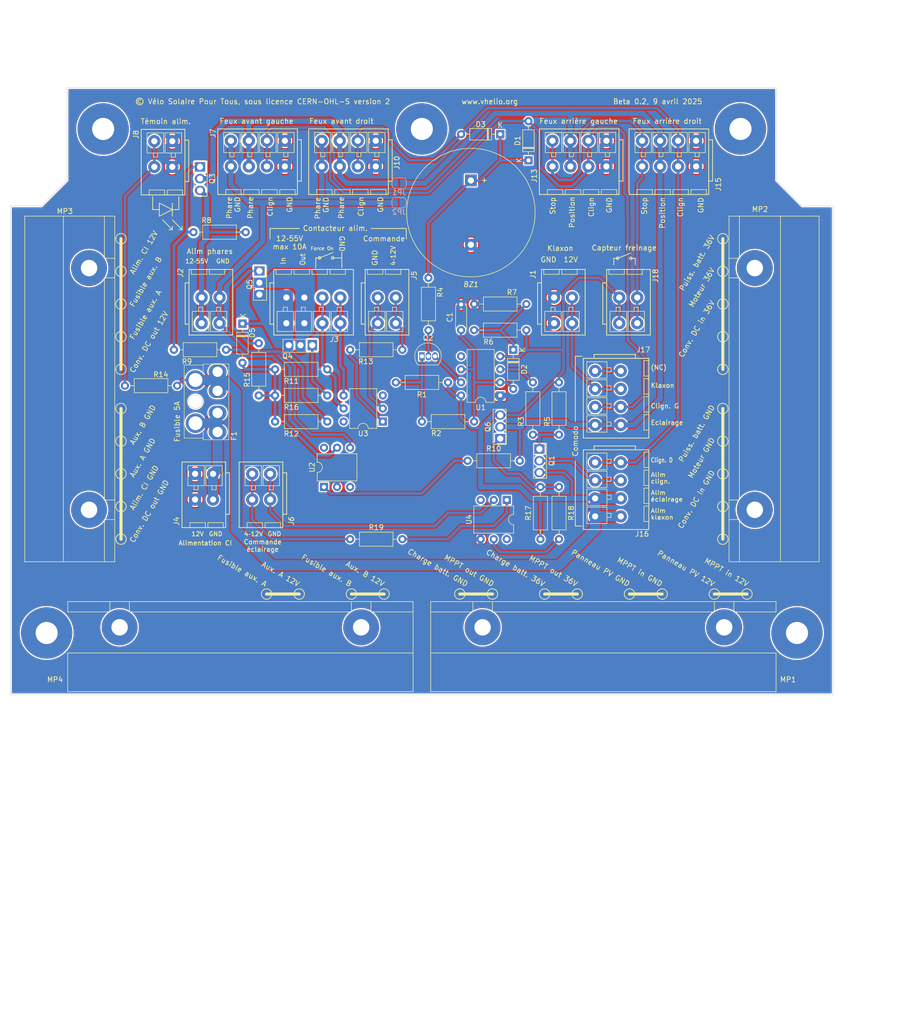
<source format=kicad_pcb>
(kicad_pcb (version 20211014) (generator pcbnew)

  (general
    (thickness 1.6)
  )

  (paper "A4")
  (layers
    (0 "F.Cu" signal)
    (31 "B.Cu" signal)
    (32 "B.Adhes" user "B.Adhesive")
    (33 "F.Adhes" user "F.Adhesive")
    (34 "B.Paste" user)
    (35 "F.Paste" user)
    (36 "B.SilkS" user "B.Silkscreen")
    (37 "F.SilkS" user "F.Silkscreen")
    (38 "B.Mask" user)
    (39 "F.Mask" user)
    (40 "Dwgs.User" user "User.Drawings")
    (41 "Cmts.User" user "User.Comments")
    (42 "Eco1.User" user "User.Eco1")
    (43 "Eco2.User" user "User.Eco2")
    (44 "Edge.Cuts" user)
    (45 "Margin" user)
    (46 "B.CrtYd" user "B.Courtyard")
    (47 "F.CrtYd" user "F.Courtyard")
    (48 "B.Fab" user)
    (49 "F.Fab" user)
    (50 "User.1" user)
    (51 "User.2" user)
    (52 "User.3" user)
    (53 "User.4" user)
    (54 "User.5" user)
    (55 "User.6" user)
    (56 "User.7" user)
    (57 "User.8" user)
    (58 "User.9" user)
  )

  (setup
    (stackup
      (layer "F.SilkS" (type "Top Silk Screen"))
      (layer "F.Paste" (type "Top Solder Paste"))
      (layer "F.Mask" (type "Top Solder Mask") (thickness 0.01))
      (layer "F.Cu" (type "copper") (thickness 0.035))
      (layer "dielectric 1" (type "core") (thickness 1.51) (material "FR4") (epsilon_r 4.5) (loss_tangent 0.02))
      (layer "B.Cu" (type "copper") (thickness 0.035))
      (layer "B.Mask" (type "Bottom Solder Mask") (thickness 0.01))
      (layer "B.Paste" (type "Bottom Solder Paste"))
      (layer "B.SilkS" (type "Bottom Silk Screen"))
      (copper_finish "None")
      (dielectric_constraints no)
    )
    (pad_to_mask_clearance 0)
    (pcbplotparams
      (layerselection 0x00010e0_ffffffff)
      (disableapertmacros false)
      (usegerberextensions false)
      (usegerberattributes true)
      (usegerberadvancedattributes true)
      (creategerberjobfile true)
      (svguseinch false)
      (svgprecision 6)
      (excludeedgelayer true)
      (plotframeref false)
      (viasonmask false)
      (mode 1)
      (useauxorigin false)
      (hpglpennumber 1)
      (hpglpenspeed 20)
      (hpglpendiameter 15.000000)
      (dxfpolygonmode true)
      (dxfimperialunits true)
      (dxfusepcbnewfont true)
      (psnegative false)
      (psa4output false)
      (plotreference true)
      (plotvalue true)
      (plotinvisibletext false)
      (sketchpadsonfab false)
      (subtractmaskfromsilk false)
      (outputformat 1)
      (mirror false)
      (drillshape 0)
      (scaleselection 1)
      (outputdirectory "")
    )
  )

  (net 0 "")
  (net 1 "GND")
  (net 2 "Net-(F1-Pad2)")
  (net 3 "Net-(D1-Pad2)")
  (net 4 "Net-(D3-Pad2)")
  (net 5 "/Phares")
  (net 6 "Net-(J13-Pad4)")
  (net 7 "Net-(J1-Pad2)")
  (net 8 "/Flasher/Out")
  (net 9 "unconnected-(J17-Pad1)")
  (net 10 "/12V_5A")
  (net 11 "/Flasher/Enable")
  (net 12 "/Contacteur Phares/Input")
  (net 13 "/Contacteur Phares/GND")
  (net 14 "/Contacteur Phares/Output")
  (net 15 "Net-(D4-Pad2)")
  (net 16 "/Conv12V_In.Vbatt")
  (net 17 "/Contacteur alim./Input")
  (net 18 "/Contacteur alim./SW_On")
  (net 19 "/Contacteur alim./GND")
  (net 20 "/Contacteur alim./Cmd_GND")
  (net 21 "/Contacteur alim./Cmd_On")
  (net 22 "/Contacteur Eclairage/Cmd_On")
  (net 23 "/Contacteur Eclairage/Cmd_GND")
  (net 24 "Net-(Q4-Pad1)")
  (net 25 "Net-(Q5-Pad1)")
  (net 26 "Net-(C1-Pad1)")
  (net 27 "Net-(D2-Pad1)")
  (net 28 "Net-(D5-Pad2)")
  (net 29 "Net-(Q1-Pad1)")
  (net 30 "Net-(Q2-Pad1)")
  (net 31 "Net-(Q2-Pad2)")
  (net 32 "Net-(Q2-Pad3)")
  (net 33 "Net-(Q3-Pad1)")
  (net 34 "Net-(Q6-Pad1)")
  (net 35 "Net-(R3-Pad1)")
  (net 36 "Net-(R9-Pad2)")
  (net 37 "Net-(R10-Pad1)")
  (net 38 "Net-(R13-Pad1)")
  (net 39 "Net-(R18-Pad2)")
  (net 40 "Net-(R19-Pad1)")
  (net 41 "unconnected-(U1-Pad5)")
  (net 42 "unconnected-(U2-Pad3)")
  (net 43 "unconnected-(U2-Pad6)")
  (net 44 "unconnected-(U3-Pad3)")
  (net 45 "unconnected-(U3-Pad6)")
  (net 46 "unconnected-(U4-Pad3)")
  (net 47 "unconnected-(U4-Pad6)")

  (footprint "circuit:Wago_221-500_SplicingConnectorHolder" (layer "F.Cu") (at 95.25 82.55 90))

  (footprint "circuit:MountingHole_5mm" (layer "F.Cu") (at 87 130))

  (footprint "Resistor_THT:R_Axial_DIN0207_L6.3mm_D2.5mm_P10.16mm_Horizontal" (layer "F.Cu") (at 146.05 74.93))

  (footprint "circuit:Buzzer_25x16_12.5" (layer "F.Cu") (at 169.545 42.01 -90))

  (footprint "Resistor_THT:R_Axial_DIN0207_L6.3mm_D2.5mm_P10.16mm_Horizontal" (layer "F.Cu") (at 186.69 101.6 -90))

  (footprint "Resistor_THT:R_Axial_DIN0207_L6.3mm_D2.5mm_P10.16mm_Horizontal" (layer "F.Cu") (at 180.34 71.12 180))

  (footprint "circuit:TO-251-3_Vertical" (layer "F.Cu") (at 138.69 74.041 180))

  (footprint "circuit:Generic_FuseHolder_MINI" (layer "F.Cu") (at 120.26 79.215 -90))

  (footprint "Resistor_THT:R_Axial_DIN0207_L6.3mm_D2.5mm_P10.16mm_Horizontal" (layer "F.Cu") (at 165.1 81.28 180))

  (footprint "Package_DIP:DIP-8_W7.62mm" (layer "F.Cu") (at 175.26 83.82 180))

  (footprint "circuit:TerminalBlock_Wago_2601-3102_1x02_P3.50mm_Vertical" (layer "F.Cu") (at 119.38 104.06 180))

  (footprint "Resistor_THT:R_Axial_DIN0207_L6.3mm_D2.5mm_P10.16mm_Horizontal" (layer "F.Cu") (at 160.02 88.9))

  (footprint "Resistor_THT:R_Axial_DIN0207_L6.3mm_D2.5mm_P10.16mm_Horizontal" (layer "F.Cu") (at 168.91 96.52))

  (footprint "circuit:MountingHole_5mm" (layer "F.Cu") (at 98 32))

  (footprint "circuit:TerminalBlock_Wago_2601-3104_1x04_P3.50mm_Vertical" (layer "F.Cu") (at 195.920004 39.29 180))

  (footprint "circuit:TO-251-3_Vertical" (layer "F.Cu") (at 182.88 94.23 -90))

  (footprint "Resistor_THT:R_Axial_DIN0207_L6.3mm_D2.5mm_P10.16mm_Horizontal" (layer "F.Cu") (at 111.76 74.93))

  (footprint "Diode_THT:D_DO-35_SOD27_P7.62mm_Horizontal" (layer "F.Cu") (at 125.095 69.85 -90))

  (footprint "circuit:TerminalBlock_Wago_2601-3104_1x04_P3.50mm_Vertical" (layer "F.Cu") (at 213.370004 39.29 180))

  (footprint "circuit:TO-92L_Inline" (layer "F.Cu") (at 160.02 76.2))

  (footprint "circuit:MountingHole_5mm" (layer "F.Cu") (at 222 32))

  (footprint "Resistor_THT:R_Axial_DIN0207_L6.3mm_D2.5mm_P10.16mm_Horizontal" (layer "F.Cu") (at 131.445 83.82))

  (footprint "circuit:TerminalBlock_Wago_2601-3104_1x04_P3.50mm_Vertical" (layer "F.Cu") (at 133.35 39.29 180))

  (footprint "Diode_THT:D_DO-35_SOD27_P7.62mm_Horizontal" (layer "F.Cu") (at 175.26 33.02 180))

  (footprint "Resistor_THT:R_Axial_DIN0207_L6.3mm_D2.5mm_P10.16mm_Horizontal" (layer "F.Cu") (at 102.235 81.915))

  (footprint "Diode_THT:D_DO-35_SOD27_P7.62mm_Horizontal" (layer "F.Cu") (at 177.8 74.93 -90))

  (footprint "Resistor_THT:R_Axial_DIN0207_L6.3mm_D2.5mm_P10.16mm_Horizontal" (layer "F.Cu") (at 181.61 81.28 -90))

  (footprint "Capacitor_THT:C_Disc_D4.3mm_W1.9mm_P5.00mm" (layer "F.Cu") (at 167.64 71.12 90))

  (footprint "Resistor_THT:R_Axial_DIN0207_L6.3mm_D2.5mm_P10.16mm_Horizontal" (layer "F.Cu") (at 161.29 71.12 90))

  (footprint "circuit:TerminalBlock_Wago_2601-3102_1x02_P3.50mm_Vertical" (layer "F.Cu") (at 151.424996 64.77))

  (footprint "Diode_THT:D_DO-35_SOD27_P7.62mm_Horizontal" (layer "F.Cu") (at 180.75 38.1 90))

  (footprint "circuit:TerminalBlock_Wago_2601-3104_1x04_P3.50mm_Vertical" (layer "F.Cu") (at 198.7161 96.829996 -90))

  (footprint "circuit:TO-251-3_Vertical" (layer "F.Cu") (at 116.84 39.37 -90))

  (footprint "circuit:TerminalBlock_Wago_2601-3104_1x04_P3.50mm_Vertical" (layer "F.Cu") (at 133.644996 64.77))

  (footprint "circuit:Wago_221-500_SplicingConnectorHolder" (layer "F.Cu") (at 224.79 82.55 -90))

  (footprint "Package_DIP:DIP-6_W7.62mm" (layer "F.Cu") (at 152.4 88.9 180))

  (footprint "circuit:MountingHole_5mm" (layer "F.Cu") (at 160 32))

  (footprint "circuit:TerminalBlock_Wago_2601-3102_1x02_P3.50mm_Vertical" (layer "F.Cu")
    (tedit 67E5B582) (tstamp ad280681-52bf-4c8b-ac2c-9709ca177a8f)
    (at 111.450003 39.37 180)
    (tags "Wago 2601-3102")
    (property "Sheetfile" "circuit.kicad_sch")
    (property "Sheetname" "")
    (path "/6e9cd9b5-2cb7-48b8-855f-32619e72c0d6")
    (attr through_hole)
    (fp_text reference "J8" (at 7.056003 5.334 90 unlocked) (layer "F.SilkS")
      (effects (font (size 1 1) (thickness 0.15)) (justify left))
      (tstamp 01e6719e-9dcc-49b4-83bd-29865c70ede1)
    )
    (fp_text value "Conn_Indicateur_Alim" (at 6.35 12.7 180 unlocked) (layer "F.Fab")
      (effects (font (size 1 1) (thickness 0.15)))
      (tstamp 226ba779-52a5-430e-8724-687eedb9994a)
    )
    (fp_text user "${REFERENCE}" (at -2.54 8.89 180 unlocked) (layer "F.Fab")
      (effects (font (size 1 1) (thickness 0.15)) (justify left))
      (tstamp 66b292fe-b076-4a06-a7c0-1ada692a3a1c)
    )
    (fp_line (start 0.200004 2.7) (end 0.200004 1.9) (layer "F.SilkS") (width 0.12) (tstamp 055344df-a143-4136-b771-d336538fb7af))
    (fp_line (start 6.050002 -5.449999) (end 6.050002 7.300001) (layer "F.SilkS") (width 0.1524) (tstamp 0bf7f6d2-f9ad-418f-a859-2bdac7c5ae6a))
    (fp_line (start 1.000004 -4.5) (end -1.999996 -4.5) (layer "F.SilkS") (width 0.12) (tstamp 172a5f2e-4b05-4695-a29c-fa4177c4b3cb))
    (fp_line (start -1.799996 2.7) (end 1.400004 2.7) (layer "F.SilkS") (width 0.12) (tstamp 2bda51c6-7fa4-46ce-ae16-9432d8e95181))
    (fp_line (start -2.449999 -5.449999) (end 6.050002 -5.449999) (layer "F.SilkS") (width 0.1524) (tstamp 2fe5d3e2-bddb-4587-bded-427cfce568b9))
    (fp_line (start -2.449998 -2.849999) (end -3.199999 -2.849999) (layer "F.SilkS") (width 0.1524) (tstamp 37130413-1809-47b9-8303-cea1ae047af6))
    (fp_line (start 1.400004 6.6) (end -1.799996 6.6) (layer "F.SilkS") (width 0.12) (tstamp 3e95dbad-cf0c-49ac-9feb-4e066d548718))
    (fp_line (start 1.500004 -4.5) (end 1.500004 -5.5) (layer "F.SilkS") (width 0.12) (tstamp 447f988c-93f8-4098-90d3-450e5b33e37e))
    (fp_line (start -2.449998 5.2) (end -3.199999 5.2) (layer "F.SilkS") (width 0.1524) (tstamp 480dd182-3993-417f-8df5-e200a1f80d68))
    (fp_line (start 1.700004 2.7) (end 4.900004 2.7) (layer "F.SilkS") (width 0.12) (tstamp 51a339e0-742b-4f55-ac2a-68cbce2af206))
    (fp_line (start 4.500004 -4.5) (end 1.500004 -4.5) (layer "F.SilkS") (width 0.12) (tstamp 5cc9ce62-9d95-47ab-92a1-556a194f8c63))
    (fp_line (start 4.900004 6.6) (end 1.700004 6.6) (layer "F.SilkS") (width 0.12) (tstamp 6b8e3659-a647-4450-8987-9cf793c52fd5))
    (fp_line (start -2.449999 7.300001) (end -2.449999 -5.449999) (layer "F.SilkS") (width 0.1524) (tstamp 6f53efb7-db48-45d9-80c1-507b9960ad08))
    (fp_line (start 3.700004 1.9) (end 2.900004 1.9) (layer "F.SilkS") (width 0.12) (tstamp 84bb1473-531d-4720-ba3b-1fc557b46054))
    (fp_line (start 4.900004 2.7) (end 4.900004 6.6) (layer "F.SilkS") (width 0.12) (tstamp 874081a4-b3f7-4615-9506-53da689e2116))
    (fp_line (start -1.999996 -4.5) (end -1.999996 -5.5) (layer "F.SilkS") (width 0.12) (tstamp 890b243b-b04d-4f29-ab51-41f7ecadcda7))
    (fp_line (start 1.400004 2.7) (end 1.400004 6.6) (layer "F.SilkS") (width 0.12) (tstamp 9a0efaaf-2136-4026-b3c2-edfb6e83a75f))
    (fp_line (start 1.000004 -5.5) (end 1.000004 -4.5) (layer "F.SilkS") (width 0.12) (tstamp aa41a8c3-0e56-44b4-a82b-0213f5a70b0a))
    (fp_line (start 3.700004 2.7) (end 3.700004 1.9) (layer "F.SilkS") (width 0.12) (tstamp c0508555-6424-4fad-9226-ea42a1633de9))
    (fp_line (start 2.900004 1.9) (end 2.900004 2.7) (layer "F.SilkS") (width 0.12) (tstamp c37f20c4-30c5-4386-b6e8-dfff5caa39b4))
    (fp_line (start 4.500004 -5.5) (end 4.500004 -4.5) (layer "F.SilkS") (width 0.12) (tstamp c3a8f970-2a4a-4a9c-b215-e4de5eebaf7d))
    (fp_line (start -1.799996 6.6) (end -1.799996 2.7) (layer "F.SilkS") (width 0.12) (tstamp cf2c6647-6755-4742-aaa1-c5903da09b5e))
    (fp_line (start -2.449999 7.300001) (end 6.050002 7.300001) (layer "F.SilkS") (width 0.1524) (tstamp d52c2de8-ba2b-4089-b214-05a4b7a1c4e9))
    (fp_line (start -3.199999 5.2) (end -3.199999 -2.849999) (layer "F.SilkS") (width 0.1524) (tstamp e7635299-8a9a-43d3-8b3b-95319ccda23b))
    (fp_line (start 0.200004 1.9) (end -0.599996 1.9) (layer "F.SilkS") (width 0.12) (tstamp eaa75a45-f2f9-4305-98ea-dd8a5d8f3404))
    (fp_line (start -0.599996 1.9) (end -0.599996 2.7) (layer "F.SilkS") (width 0.12) (tstamp f1ea6538-b56f-40f6-b846-910db16dc20a))
    (fp_line (start 1.700004 6.6) (end 1.700004 2.7) (layer "F.SilkS") (width 0.12) (tstamp fbb1d5ec-8996-4f56-8e52-da703f4d2e64))
    (fp_line (start -3.453998 7.554001) (end 6.304002 7.554001) (layer "F.CrtYd") (width 0.1524) (tstamp 036dd9cc-d33e-4cbc-95b3-3504fede4aec))
    (fp_line (start 6.304002 7.554001) (end 6.304002 -5.703999) (layer "F.CrtYd") (width 0.1524) (tstamp 2be1ad9c-f5ad-4393-8d1b-255265215f24))
    (fp_line (start 6.304002 -5.703999) (end -3.453998 -5.703999) (layer "F.CrtYd") (width 0.1524) (tstamp 46255798-4fe0-48db-95bb-e8657595928f))
    (fp_line (start -3.453998 -5.703999) (end -3.453998 7.554001) (layer "F.CrtYd") (width 0.1524) (tstamp fad1fd43-7d33-4667-863c-8ca08b2707f7))
    (fp_line (start 1.000004 -13.5) (end -1.999996 -13.5) (layer "F.Fab") (width 0.1) (tstamp 084b8c5d-9271-4ac8-85c9-4061ca2c5241))
    (fp_line (start -1.999996 -13.5) (end -1.999996 -5.5) (layer "F.Fab") (width 0.1) (tstamp 1e9e3dc3-60cb-4dbd-9950-5015d3a5554c))
    (fp_line (start -2.449999 -5.449999) (end 6.05 -5.45) (layer "F.Fab") (width 0.0254) (tstamp 20e0f39f-a516-4513-b954-687df20c7938))
    (fp_line (start 1.500004 -5.5) (end 4.500004 -5.5) (layer "F.Fab") (width 0.1) (tstamp 281e3047-1dee-4c1f-abcc-3ec78c07b9d2))
    (fp_line (start -2.449998 -2.849999) (end -3.199999 -2.849999) (layer "F.Fab") (width 0.0254) (tstamp 2838e18b-615f-4dc1-a560-afebf8a14ac0))
    (fp_line (start 1.500004 -13.5) (end 1.500004 -5.5) (layer "F.Fab") (width 0.1) (tstamp 375a73bc-0e9f-4b07-be05-baa0ea4834df))
    (fp_line (start -2.449999 7.300001) (end 6.05 7.3) (layer "F.Fab") (width 0.0254) (tstamp 47e7736f-c1e0-4e8f-9d69-5a42b72ff067))
    (fp_line (start 4.500004 -13.5) (end 1.500004 -13.5) (layer "F.Fab") (width 0.1) (tstamp 862dc70f-7dc2-4117-aa37-5ef6063c3df4))
    (fp_line (start -1.999996 -5.5) (end 1.000004 -5.5) (layer "F.Fab") (width 0.1) (tstamp a264b89d-0a12-4e75-9c30-5e3d238c19e2))
    (fp_line (start 4.500004 -5.5) (end 4.500004 -13.5) (layer "F.Fab") (width 0.1) (tstamp a57a00d3-d2f9-406e-8339-5cc2aa251b6a))
    (fp_line (start -3.199999 5.2) (end -3.199999 -2.849999) (layer "F.Fab") (width 0.0254) (tstamp c25e5526-d36c-4326-a80b-e065b988306c))
    (fp_line (start 6.05 -5.45) (end 6.05 7.3) (layer "F.Fab") (width 0.0254) (tstamp d70b3483-f6ee-4d0e-af72-efbabafa5502))
    (fp_line (start 1.000004 -5.5) (end 1.000004 -13.5) (layer "F.Fab") (width 0.1) (tstamp db13f834-9398-4491-8f81-d656a6ff9ec3))
    (fp_line (start -2.449998 5.2) (end -3.199999 5.2) (layer "F.Fab") (width 0.0254) (tstamp dca10a6c-b513-45f6-bfa6-c3d42471561a))
    (fp_line (start -2.449999 7.300001) (end -2.449999 -5.449999) (layer "F.Fab") (width 0.0254) (tstamp eb190e03-2594-4691-9d6e-1bfdf1facede))
    (pad "1" thru_hole circle (at 0 5 180) (size 2.4 2.4) (drill 1.2) (layers *.Cu *.Mask)
      (net 1 "GND") (pinfunction "-") (pintype "power_in") (tstamp 10bcd881-4b05-4ea6-bdb8-d4bc42a44033))
    (pad "1" thru_hole circle (at 0 0 180) (size 2.4 2.4) (drill 1.2) (layers *.Cu *.Mask)
      (net 1 "GND") (pinfunction "-") (pintype "power_in") (tstamp 52477310-b288-4772-903b-6aa290fc40f8))
    (pad "2" thru_hole circle (at 3.500003 0 180) (size 2.4 2.4) (drill 1.2) (layers *.Cu *.Mask)
      (net 15 "Net-(D4-Pad2)") (pinfunction "+") (pintype "passive") (tstamp 51b7dceb-af3a-4949-9f3e-1faf1dfec020))
    (pad "2" thru_hole circle (at 3.500003 5 180) (size 2.4 2.4) (drill 1.2) (layers *.Cu *.Mask)
      (net 15 "Net-(D4-Pad2)") (pinfunction "+") (pintype "passive") (tstamp 66700e06-ed6c-471d-ab91-367b8c86d03d))
    (model "${KIPRJMOD}/../3rdparty/datasheets/Wago_2601-3102_Bornier.step"
      (offset (xyz 4.5 -
... [1674129 chars truncated]
</source>
